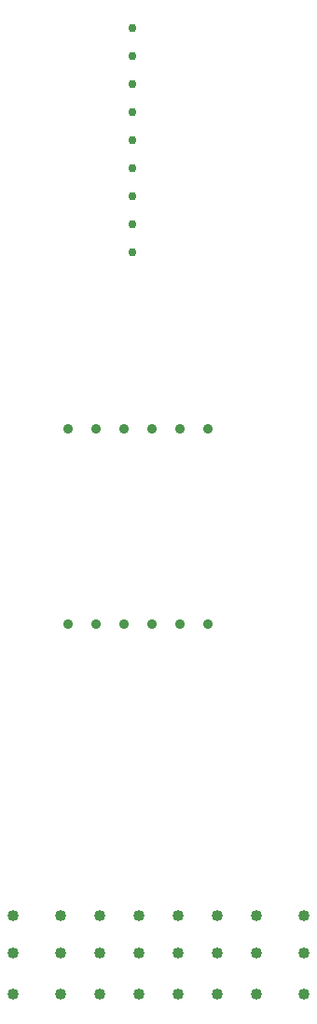
<source format=gbr>
%TF.GenerationSoftware,Altium Limited,Altium Designer,24.3.1 (35)*%
G04 Layer_Color=0*
%FSLAX45Y45*%
%MOMM*%
%TF.SameCoordinates,1C176170-2899-406E-8B2E-9C71E4A34281*%
%TF.FilePolarity,Positive*%
%TF.FileFunction,Plated,1,2,PTH,Drill*%
%TF.Part,Single*%
G01*
G75*
%TA.AperFunction,ComponentDrill*%
%ADD15C,1.01600*%
%ADD16C,0.88900*%
%ADD17C,0.76200*%
D15*
X4140200Y3746500D02*
D03*
X4495800D02*
D03*
X5994400Y3403600D02*
D03*
X3352800Y3035300D02*
D03*
X3784600D02*
D03*
X4140200D02*
D03*
X4495800D02*
D03*
X5562600Y3403600D02*
D03*
X5207000D02*
D03*
X4851400D02*
D03*
X3784600Y3746500D02*
D03*
X3352800D02*
D03*
X4851400Y3035300D02*
D03*
X5207000D02*
D03*
X5562600D02*
D03*
X5994400D02*
D03*
Y3746500D02*
D03*
X4495800Y3403600D02*
D03*
X4140200D02*
D03*
X3784600D02*
D03*
X3352800D02*
D03*
X5562600Y3746500D02*
D03*
X5207000D02*
D03*
X4851400D02*
D03*
D16*
X5118100Y8153400D02*
D03*
X4864100D02*
D03*
X4610100D02*
D03*
X4356100D02*
D03*
X4102100D02*
D03*
X3848100D02*
D03*
X5118100Y6388100D02*
D03*
X4864100D02*
D03*
X4610100D02*
D03*
X4356100D02*
D03*
X4102100D02*
D03*
X3848100D02*
D03*
D17*
X4432300Y11785600D02*
D03*
Y11531600D02*
D03*
Y11277600D02*
D03*
Y11023600D02*
D03*
Y10769600D02*
D03*
Y10515600D02*
D03*
Y10261600D02*
D03*
Y10007600D02*
D03*
Y9753600D02*
D03*
%TF.MD5,66a46f4540cd870d651e006a4405939c*%
M02*

</source>
